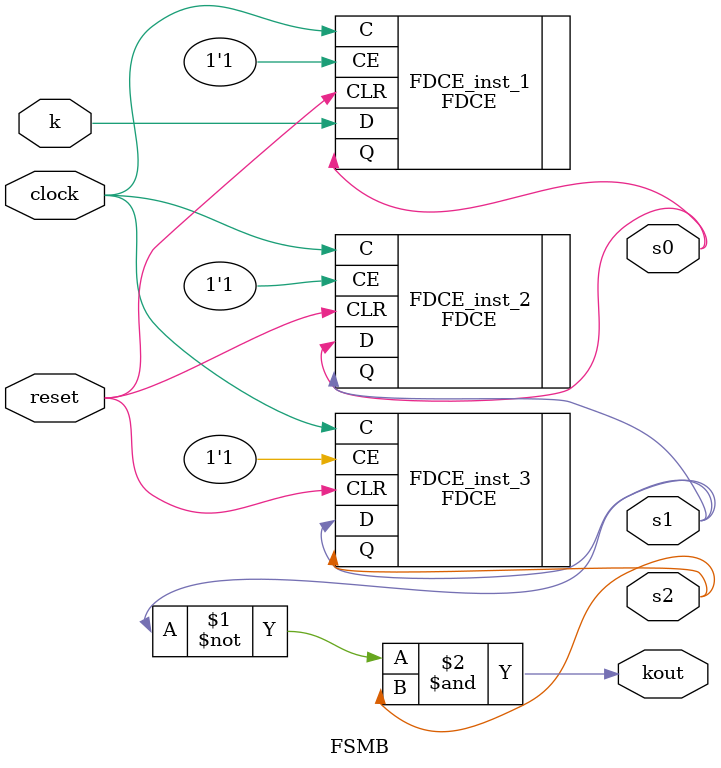
<source format=v>
`timescale 1ns / 1ps
module FSMB(clock, reset,k,s0,s1,s2,kout);
    input clock;
    input k;
    input reset;
    output s0, s1, s2;
    output kout;

    assign kout=(~s1&s2);
    
    FDCE FDCE_inst_1(
    .Q(s0),
    .C(clock),
    .CE(1'b1),
    .CLR(reset),
    .D(k));
    
    FDCE FDCE_inst_2(
    .Q(s1),
    .C(clock),
    .CE(1'b1),
    .CLR(reset),
    .D(s0));
    
     FDCE FDCE_inst_3(
    .Q(s2),
    .C(clock),
    .CE(1'b1),
    .CLR(reset),
    .D(s1));   

endmodule
</source>
